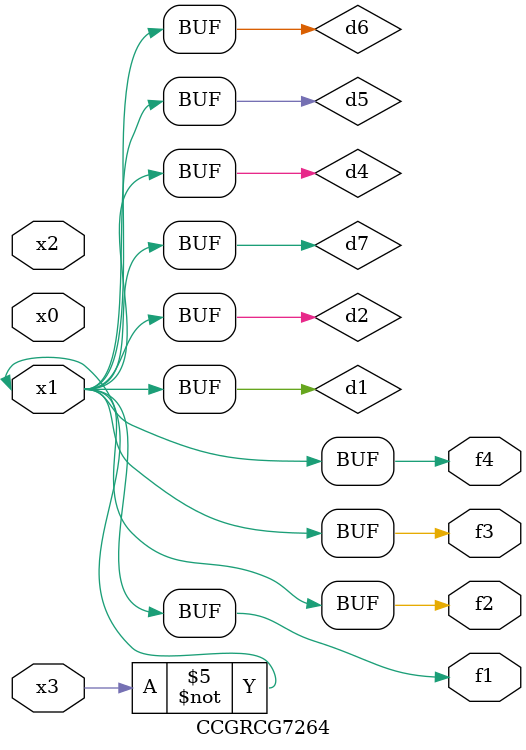
<source format=v>
module CCGRCG7264(
	input x0, x1, x2, x3,
	output f1, f2, f3, f4
);

	wire d1, d2, d3, d4, d5, d6, d7;

	not (d1, x3);
	buf (d2, x1);
	xnor (d3, d1, d2);
	nor (d4, d1);
	buf (d5, d1, d2);
	buf (d6, d4, d5);
	nand (d7, d4);
	assign f1 = d6;
	assign f2 = d7;
	assign f3 = d6;
	assign f4 = d6;
endmodule

</source>
